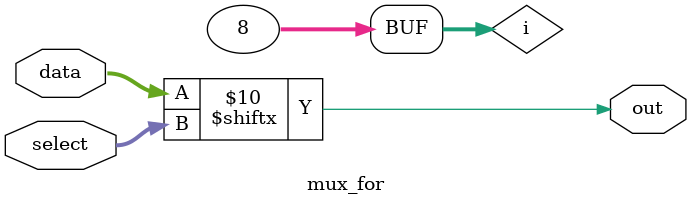
<source format=v>
`timescale 1ns / 1ps


module mux_for(
    input [7:0] data,
    input [2:0] select,
    output reg out
    );
    integer i;
    always @ (*) begin
        out = 1'b0;
        for (i = 0; i <= 7; i = i+1)begin
            out = data[select];
        end
    end
endmodule

</source>
